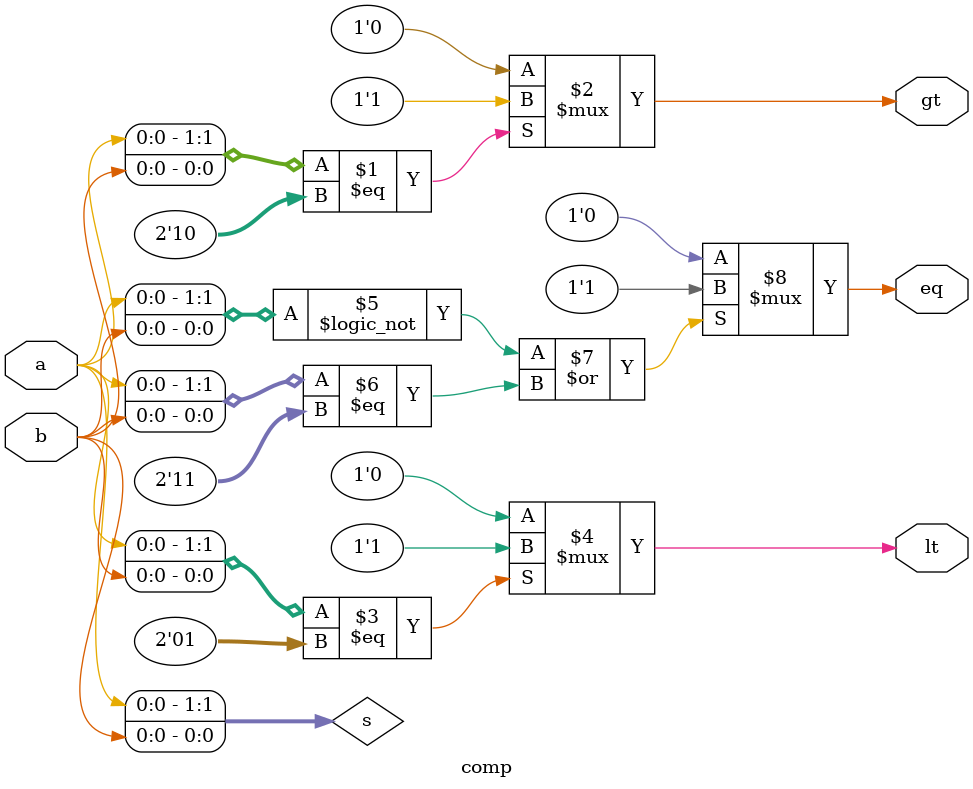
<source format=v>
module comp(
input a,b,
output gt,lt,eq);
wire [1:0]s;
assign s={a,b};
assign gt=(s==2'b10)?1'b1:1'b0;
assign lt=(s==2'b01)?1'b1:1'b0;
assign eq=(s==2'b00 | s==2'b11)?1'b1:1'b0;

endmodule

</source>
